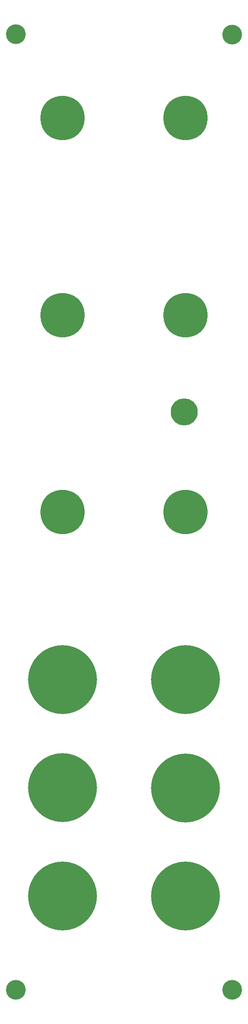
<source format=gbr>
G04 #@! TF.GenerationSoftware,KiCad,Pcbnew,(5.1.9)-1*
G04 #@! TF.CreationDate,2021-08-22T22:13:52+01:00*
G04 #@! TF.ProjectId,Simple Mixer Front Panel,53696d70-6c65-4204-9d69-786572204672,rev?*
G04 #@! TF.SameCoordinates,Original*
G04 #@! TF.FileFunction,Soldermask,Top*
G04 #@! TF.FilePolarity,Negative*
%FSLAX46Y46*%
G04 Gerber Fmt 4.6, Leading zero omitted, Abs format (unit mm)*
G04 Created by KiCad (PCBNEW (5.1.9)-1) date 2021-08-22 22:13:52*
%MOMM*%
%LPD*%
G01*
G04 APERTURE LIST*
%ADD10C,5.500000*%
%ADD11C,14.000000*%
%ADD12C,4.000000*%
%ADD13C,9.000000*%
G04 APERTURE END LIST*
D10*
X53300000Y-87340000D03*
D11*
X53600000Y-185610000D03*
D12*
X19110000Y-10630000D03*
X19110000Y-204630000D03*
D13*
X53610000Y-107620000D03*
D11*
X28610000Y-185630000D03*
D12*
X63110000Y-204650000D03*
X63110000Y-10650000D03*
D13*
X53610000Y-67630000D03*
D11*
X53600000Y-163650000D03*
D13*
X28610000Y-107620000D03*
D11*
X28600000Y-163600000D03*
D13*
X28620000Y-67630000D03*
D11*
X53570000Y-141650000D03*
D13*
X53610000Y-27620000D03*
D11*
X28620000Y-141630000D03*
D13*
X28620000Y-27630000D03*
M02*

</source>
